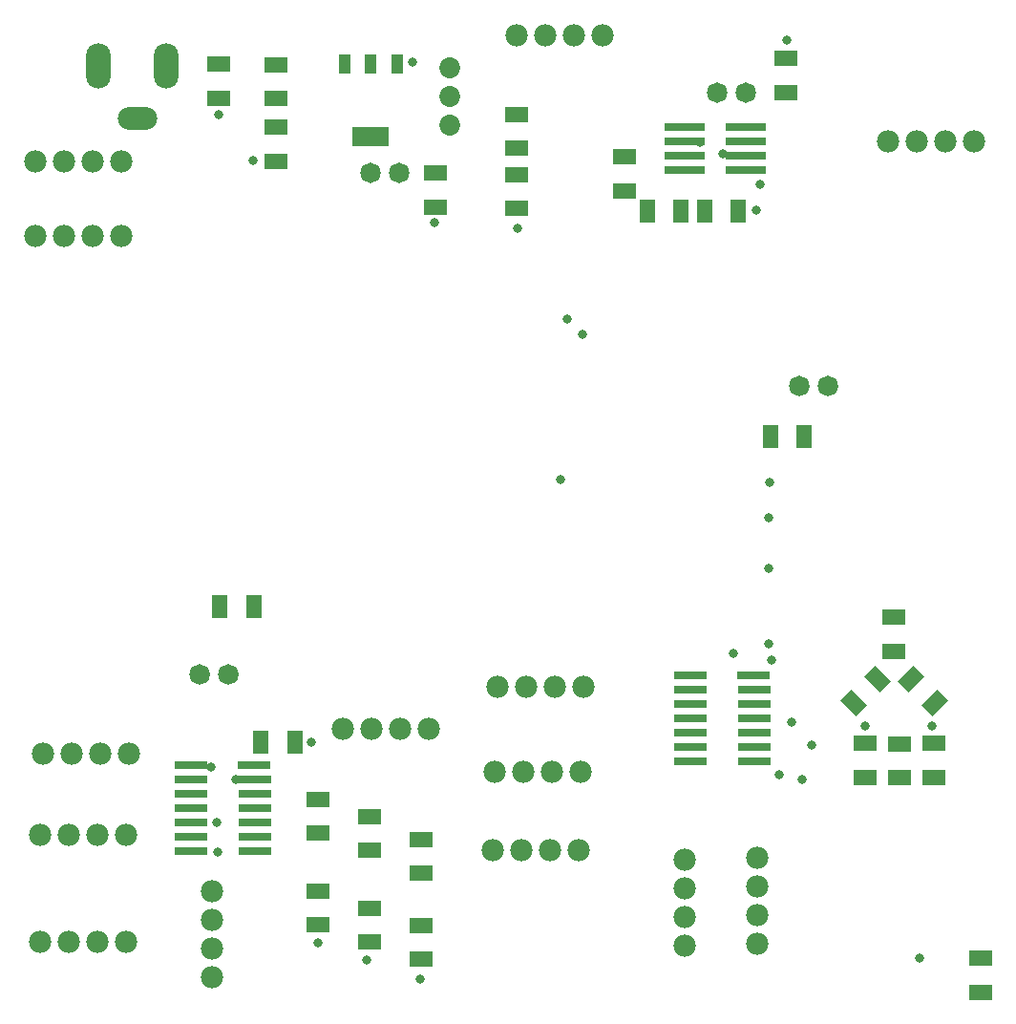
<source format=gts>
G04*
G04 #@! TF.GenerationSoftware,Altium Limited,Altium Designer,21.1.1 (26)*
G04*
G04 Layer_Color=8388736*
%FSLAX25Y25*%
%MOIN*%
G70*
G04*
G04 #@! TF.SameCoordinates,FBF54A61-61D9-4F17-B791-177234694A3B*
G04*
G04*
G04 #@! TF.FilePolarity,Negative*
G04*
G01*
G75*
%ADD27C,0.00000*%
%ADD28R,0.14186X0.03162*%
%ADD29R,0.07900X0.05200*%
%ADD30R,0.05200X0.07900*%
%ADD31R,0.11233X0.03162*%
G04:AMPARAMS|DCode=32|XSize=52mil|YSize=79mil|CornerRadius=0mil|HoleSize=0mil|Usage=FLASHONLY|Rotation=45.000|XOffset=0mil|YOffset=0mil|HoleType=Round|Shape=Rectangle|*
%AMROTATEDRECTD32*
4,1,4,0.00955,-0.04632,-0.04632,0.00955,-0.00955,0.04632,0.04632,-0.00955,0.00955,-0.04632,0.0*
%
%ADD32ROTATEDRECTD32*%

G04:AMPARAMS|DCode=33|XSize=52mil|YSize=79mil|CornerRadius=0mil|HoleSize=0mil|Usage=FLASHONLY|Rotation=135.000|XOffset=0mil|YOffset=0mil|HoleType=Round|Shape=Rectangle|*
%AMROTATEDRECTD33*
4,1,4,0.04632,0.00955,-0.00955,-0.04632,-0.04632,-0.00955,0.00955,0.04632,0.04632,0.00955,0.0*
%
%ADD33ROTATEDRECTD33*%

%ADD34R,0.13000X0.07100*%
%ADD35R,0.04100X0.07100*%
%ADD36O,0.13792X0.07887*%
%ADD37O,0.08674X0.15761*%
%ADD38C,0.07800*%
%ADD39C,0.07178*%
%ADD40C,0.07296*%
%ADD41C,0.03300*%
D27*
X72790Y116900D02*
G03*
X72790Y116900I-3390J0D01*
G01*
X82790D02*
G03*
X82790Y116900I-3390J0D01*
G01*
X282090Y217600D02*
G03*
X282090Y217600I-3390J0D01*
G01*
X292090D02*
G03*
X292090Y217600I-3390J0D01*
G01*
X132390Y292000D02*
G03*
X132390Y292000I-3390J0D01*
G01*
X142390D02*
G03*
X142390Y292000I-3390J0D01*
G01*
X253390Y320000D02*
G03*
X253390Y320000I-3390J0D01*
G01*
X263390D02*
G03*
X263390Y320000I-3390J0D01*
G01*
D28*
X260000Y293000D02*
D03*
Y298000D02*
D03*
Y303000D02*
D03*
Y308000D02*
D03*
X238740D02*
D03*
Y303000D02*
D03*
Y298000D02*
D03*
Y293000D02*
D03*
D29*
X110600Y73328D02*
D03*
Y61528D02*
D03*
X180000Y312400D02*
D03*
Y300600D02*
D03*
X342000Y6100D02*
D03*
Y17900D02*
D03*
X146600Y17528D02*
D03*
Y29328D02*
D03*
X128600Y23528D02*
D03*
Y35328D02*
D03*
X110600Y29528D02*
D03*
Y41328D02*
D03*
X325800Y92900D02*
D03*
Y81100D02*
D03*
X313600Y92700D02*
D03*
Y80900D02*
D03*
X301800Y92900D02*
D03*
Y81100D02*
D03*
X311800Y125100D02*
D03*
Y136900D02*
D03*
X217500Y285700D02*
D03*
Y297500D02*
D03*
X274000Y331900D02*
D03*
Y320100D02*
D03*
X180000Y291300D02*
D03*
Y279500D02*
D03*
X151500Y280100D02*
D03*
Y291900D02*
D03*
X96000Y307900D02*
D03*
Y296100D02*
D03*
X146600Y47528D02*
D03*
Y59328D02*
D03*
X128600Y55528D02*
D03*
Y67328D02*
D03*
X96000Y318000D02*
D03*
Y329800D02*
D03*
X76000Y318100D02*
D03*
Y329900D02*
D03*
D30*
X88200Y140600D02*
D03*
X76400D02*
D03*
X280400Y200000D02*
D03*
X268600D02*
D03*
X257400Y278500D02*
D03*
X245600D02*
D03*
X225500D02*
D03*
X237300D02*
D03*
X90700Y93428D02*
D03*
X102500D02*
D03*
D31*
X66269Y85428D02*
D03*
Y80428D02*
D03*
Y75428D02*
D03*
Y70428D02*
D03*
Y65428D02*
D03*
Y60428D02*
D03*
Y55428D02*
D03*
X88600D02*
D03*
Y60428D02*
D03*
Y65428D02*
D03*
Y70428D02*
D03*
Y75428D02*
D03*
Y80428D02*
D03*
X88435Y85428D02*
D03*
X262700Y116800D02*
D03*
X262865Y111800D02*
D03*
Y106800D02*
D03*
Y101800D02*
D03*
Y96800D02*
D03*
Y91800D02*
D03*
Y86800D02*
D03*
X240535D02*
D03*
Y91800D02*
D03*
Y96800D02*
D03*
Y101800D02*
D03*
Y106800D02*
D03*
Y111800D02*
D03*
Y116800D02*
D03*
D32*
X305972Y115172D02*
D03*
X297628Y106828D02*
D03*
D33*
X317628Y115172D02*
D03*
X325972Y106828D02*
D03*
D34*
X129100Y304800D02*
D03*
D35*
X138200Y330000D02*
D03*
X129100D02*
D03*
X120000D02*
D03*
D36*
X47780Y311063D02*
D03*
D37*
X34000Y329370D02*
D03*
X57622D02*
D03*
D38*
X22000Y270000D02*
D03*
X12000D02*
D03*
X42000D02*
D03*
X32000D02*
D03*
X264100Y33100D02*
D03*
Y23100D02*
D03*
Y53100D02*
D03*
Y43100D02*
D03*
X238600Y32400D02*
D03*
Y22400D02*
D03*
Y52400D02*
D03*
Y42400D02*
D03*
X181800Y55600D02*
D03*
X171800D02*
D03*
X201800D02*
D03*
X191800D02*
D03*
X33500Y23600D02*
D03*
X43500D02*
D03*
X13500D02*
D03*
X23500D02*
D03*
X183200Y112500D02*
D03*
X173200D02*
D03*
X203200D02*
D03*
X193200D02*
D03*
X182300Y82900D02*
D03*
X172300D02*
D03*
X202300D02*
D03*
X192300D02*
D03*
X73500Y21328D02*
D03*
Y11328D02*
D03*
Y41328D02*
D03*
Y31328D02*
D03*
X23600Y60828D02*
D03*
X13600D02*
D03*
X43600D02*
D03*
X33600D02*
D03*
X319800Y302900D02*
D03*
X309800D02*
D03*
X339800D02*
D03*
X329800D02*
D03*
X190000Y340000D02*
D03*
X180000D02*
D03*
X210000D02*
D03*
X200000D02*
D03*
X32000Y296000D02*
D03*
X42000D02*
D03*
X12000D02*
D03*
X22000D02*
D03*
X129400Y98000D02*
D03*
X119400D02*
D03*
X149400D02*
D03*
X139400D02*
D03*
X34600Y89428D02*
D03*
X44600D02*
D03*
X14600D02*
D03*
X24600D02*
D03*
D39*
X69400Y116900D02*
D03*
X79400D02*
D03*
X278700Y217600D02*
D03*
X288700D02*
D03*
X129000Y292000D02*
D03*
X139000D02*
D03*
X250000Y320000D02*
D03*
X260000D02*
D03*
D40*
X156500Y328500D02*
D03*
Y318500D02*
D03*
Y308500D02*
D03*
D41*
X265100Y287900D02*
D03*
X244100Y302700D02*
D03*
X252100Y298800D02*
D03*
X301500Y98900D02*
D03*
X325009Y98909D02*
D03*
X82100Y80400D02*
D03*
X73453Y84547D02*
D03*
X180200Y272800D02*
D03*
X274300Y338400D02*
D03*
X320800Y17900D02*
D03*
X268400Y184000D02*
D03*
X197700Y240900D02*
D03*
X75300Y65300D02*
D03*
X75700Y54900D02*
D03*
X108300Y93300D02*
D03*
X195400Y185100D02*
D03*
X110500Y23400D02*
D03*
X127800Y17400D02*
D03*
X146300Y10600D02*
D03*
X263800Y279000D02*
D03*
X143600Y330700D02*
D03*
X151300Y274700D02*
D03*
X88100Y296200D02*
D03*
X76000Y312200D02*
D03*
X279700Y80200D02*
D03*
X283100Y92400D02*
D03*
X271700Y82000D02*
D03*
X275900Y100200D02*
D03*
X255800Y124400D02*
D03*
X268900Y122000D02*
D03*
X203000Y235800D02*
D03*
X268000Y127700D02*
D03*
X268100Y154000D02*
D03*
Y171600D02*
D03*
M02*

</source>
